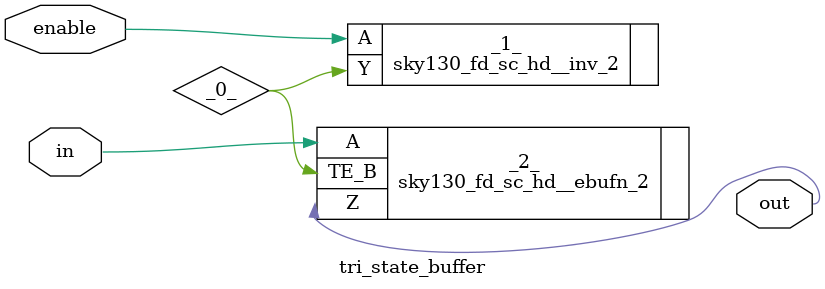
<source format=v>
/* Generated by Yosys 0.12+45 (git sha1 UNKNOWN, gcc 8.3.1 -fPIC -Os) */

module tri_state_buffer(in, enable, out);
  wire _0_;
  input enable;
  input in;
  output out;
  sky130_fd_sc_hd__inv_2 _1_ (
    .A(enable),
    .Y(_0_)
  );
  sky130_fd_sc_hd__ebufn_2 _2_ (
    .A(in),
    .TE_B(_0_),
    .Z(out)
  );
endmodule

</source>
